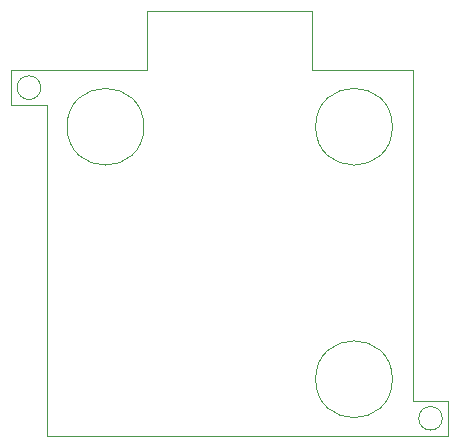
<source format=gbr>
%TF.GenerationSoftware,KiCad,Pcbnew,8.0.3*%
%TF.CreationDate,2024-10-22T13:16:24-04:00*%
%TF.ProjectId,puzzle-piece-controller,70757a7a-6c65-42d7-9069-6563652d636f,rev?*%
%TF.SameCoordinates,Original*%
%TF.FileFunction,Profile,NP*%
%FSLAX46Y46*%
G04 Gerber Fmt 4.6, Leading zero omitted, Abs format (unit mm)*
G04 Created by KiCad (PCBNEW 8.0.3) date 2024-10-22 13:16:24*
%MOMM*%
%LPD*%
G01*
G04 APERTURE LIST*
%TA.AperFunction,Profile*%
%ADD10C,0.050000*%
%TD*%
%TA.AperFunction,Profile*%
%ADD11C,0.100000*%
%TD*%
G04 APERTURE END LIST*
D10*
X241500000Y-105750000D02*
X241500000Y-102750000D01*
X207000000Y-76250000D02*
G75*
G02*
X205000000Y-76250000I-1000000J0D01*
G01*
X205000000Y-76250000D02*
G75*
G02*
X207000000Y-76250000I1000000J0D01*
G01*
X216000000Y-74750000D02*
X216000000Y-69750000D01*
X238500000Y-102750000D02*
X238500000Y-74750000D01*
X207500000Y-74750000D02*
X204500000Y-74750000D01*
X238500000Y-105750000D02*
X241500000Y-105750000D01*
X207500000Y-105750000D02*
X207500000Y-77750000D01*
X204500000Y-77750000D02*
X207500000Y-77750000D01*
X230000000Y-74750000D02*
X238500000Y-74750000D01*
D11*
X236772000Y-79560000D02*
G75*
G02*
X230272000Y-79560000I-3250000J0D01*
G01*
X230272000Y-79560000D02*
G75*
G02*
X236772000Y-79560000I3250000J0D01*
G01*
X215728000Y-79560000D02*
G75*
G02*
X209228000Y-79560000I-3250000J0D01*
G01*
X209228000Y-79560000D02*
G75*
G02*
X215728000Y-79560000I3250000J0D01*
G01*
D10*
X216000000Y-74750000D02*
X207500000Y-74750000D01*
D11*
X236772000Y-100940000D02*
G75*
G02*
X230272000Y-100940000I-3250000J0D01*
G01*
X230272000Y-100940000D02*
G75*
G02*
X236772000Y-100940000I3250000J0D01*
G01*
D10*
X230000000Y-69750000D02*
X230000000Y-74750000D01*
X204500000Y-74750000D02*
X204500000Y-77750000D01*
X241000000Y-104250000D02*
G75*
G02*
X239000000Y-104250000I-1000000J0D01*
G01*
X239000000Y-104250000D02*
G75*
G02*
X241000000Y-104250000I1000000J0D01*
G01*
X207500000Y-105750000D02*
X238500000Y-105750000D01*
X216000000Y-69750000D02*
X230000000Y-69750000D01*
X241500000Y-102750000D02*
X238500000Y-102750000D01*
M02*

</source>
